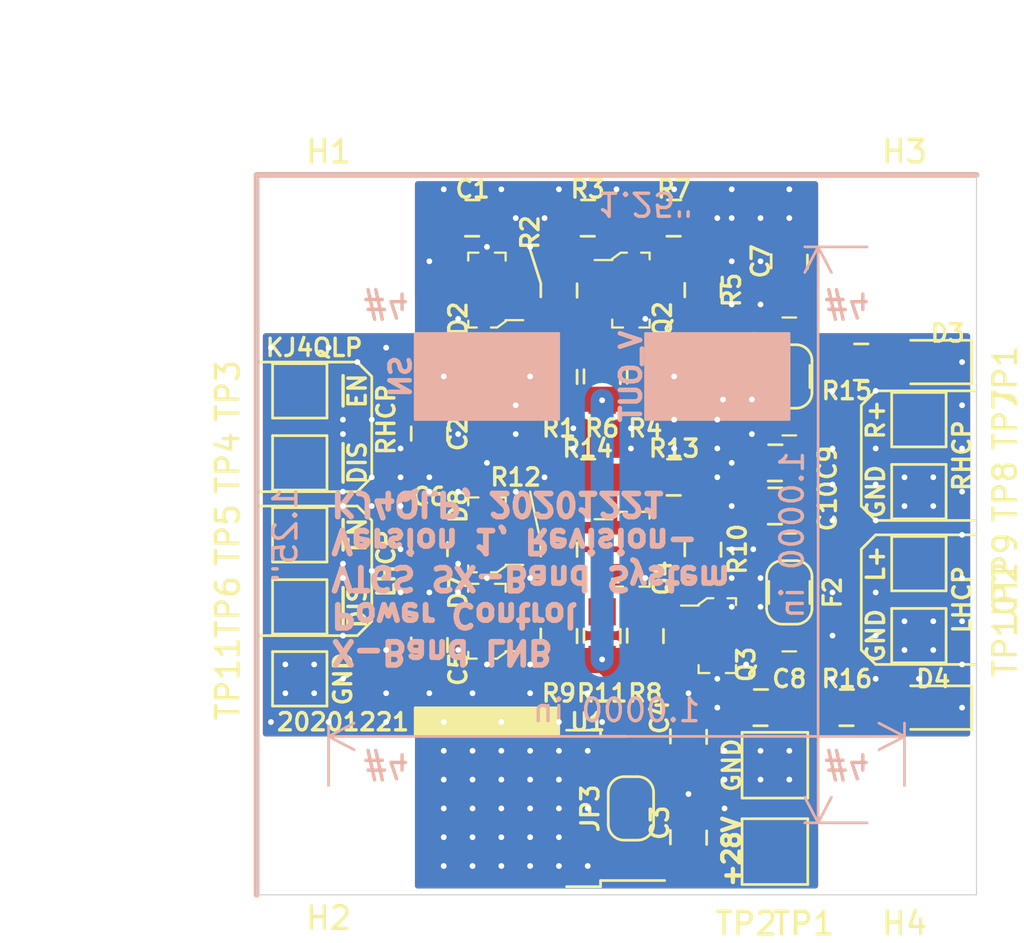
<source format=kicad_pcb>
(kicad_pcb (version 20171130) (host pcbnew 5.1.12-84ad8e8a86~92~ubuntu20.04.1)
  (layers (0 F.Cu signal) (31 B.Cu signal) (34 B.Paste user) (35 F.Paste user) (36 B.SilkS user) (37 F.SilkS user) (38 B.Mask user) (39 F.Mask user) (44 Edge.Cuts user))
  (net 0 "")
  (net 1 GND)
  (net 2 "Net-(D1-Pad2)")
  (net 3 "Net-(D1-Pad1)")
  (net 4 "Net-(D2-Pad2)")
  (net 5 "Net-(D2-Pad1)")
  (net 6 "Net-(D7-Pad2)")
  (net 7 "Net-(D7-Pad1)")
  (net 8 "Net-(D8-Pad2)")
  (net 9 "Net-(D8-Pad1)")
  (net 10 +28V)
  (net 11 "Net-(Q1-Pad1)")
  (net 12 "Net-(Q2-Pad1)")
  (net 13 "Net-(Q2-Pad3)")
  (net 14 "Net-(Q3-Pad1)")
  (net 15 "Net-(Q4-Pad1)")
  (net 16 "Net-(Q4-Pad3)")
  (net 17 +15V)
  (net 18 "Net-(C8-Pad1)")
  (net 19 "Net-(C9-Pad1)")
  (net 20 RHCP_~EN)
  (net 21 RHCP_~DIS)
  (net 22 LHCP_~DIS)
  (net 23 LHCP_~EN)
  (net 24 "Net-(C7-Pad1)")
  (net 25 "Net-(C10-Pad1)")
  (net 26 "Net-(D3-Pad2)")
  (net 27 "Net-(D4-Pad2)")
  (module LED_SMD:LED_0805_2012Metric (layer F.Cu) (at 156.845 118.745 180)
    (fp_text reference D4 (at 0 1.27) (layer F.SilkS) (effects (font (size 0.762 0.762))))
    (fp_text value LED)
    (pad 2 smd roundrect (at 0.9375 0 180) (size 0.975 1.4) (layers F.Cu F.Paste F.Mask) (net 27 "Net-(D4-Pad2)"))
    (pad 1 smd roundrect (at -0.9375 0 180) (size 0.975 1.4) (layers F.Cu F.Paste F.Mask) (net 1 GND))
  )
  (module LED_SMD:LED_0805_2012Metric (layer F.Cu) (at 156.845 103.505 180)
    (fp_text reference D3 (at -0.635 1.27) (layer F.SilkS) (effects (font (size 0.762 0.762))))
    (fp_text value LED)
    (pad 2 smd roundrect (at 0.9375 0 180) (size 0.975 1.4) (layers F.Cu F.Paste F.Mask) (net 26 "Net-(D3-Pad2)"))
    (pad 1 smd roundrect (at -0.9375 0 180) (size 0.975 1.4) (layers F.Cu F.Paste F.Mask) (net 1 GND))
  )
  (module TestPoint:TestPoint_Pad_2.0x2.0mm (layer F.Cu) (at 156.21 115.57 270)
    (fp_text reference TP10 (at 0 -3.81 90) (layer F.SilkS))
    (fp_text value GND)
    (pad 1 smd rect (at 0 0 270) (size 2 2) (layers F.Cu F.Mask) (net 1 GND))
  )
  (module TestPoint:TestPoint_Pad_2.0x2.0mm (layer F.Cu) (at 156.21 112.395 270)
    (fp_text reference TP9 (at 0 -3.81 90) (layer F.SilkS))
    (fp_text value LHCP+)
    (pad 1 smd rect (at 0 0 270) (size 2 2) (layers F.Cu F.Mask) (net 25 "Net-(C10-Pad1)"))
  )
  (module TestPoint:TestPoint_Pad_2.0x2.0mm (layer F.Cu) (at 156.21 109.22 270)
    (fp_text reference TP8 (at 0 -3.81 90) (layer F.SilkS))
    (fp_text value GND)
    (pad 1 smd rect (at 0 0 270) (size 2 2) (layers F.Cu F.Mask) (net 1 GND))
  )
  (module TestPoint:TestPoint_Pad_2.0x2.0mm (layer F.Cu) (at 156.21 106.045 270)
    (fp_text reference TP7 (at 0 -3.81 90) (layer F.SilkS))
    (fp_text value RHCP+)
    (pad 1 smd rect (at 0 0 270) (size 2 2) (layers F.Cu F.Mask) (net 19 "Net-(C9-Pad1)"))
  )
  (module digikey-footprints:0805 (layer F.Cu) (at 153.035 118.745)
    (fp_text reference R16 (at 0 -1.27) (layer F.SilkS) (effects (font (size 0.762 0.762))))
    (fp_text value 10k)
    (pad 1 smd rect (at -1.05 0) (size 1.2 1.2) (layers F.Cu F.Paste F.Mask) (net 18 "Net-(C8-Pad1)"))
    (pad 2 smd rect (at 1.05 0) (size 1.2 1.2) (layers F.Cu F.Paste F.Mask) (net 27 "Net-(D4-Pad2)"))
  )
  (module digikey-footprints:0805 (layer F.Cu) (at 153.67 103.505)
    (fp_text reference R15 (at -0.635 1.27) (layer F.SilkS) (effects (font (size 0.762 0.762))))
    (fp_text value 10k)
    (pad 1 smd rect (at -1.05 0) (size 1.2 1.2) (layers F.Cu F.Paste F.Mask) (net 24 "Net-(C7-Pad1)"))
    (pad 2 smd rect (at 1.05 0) (size 1.2 1.2) (layers F.Cu F.Paste F.Mask) (net 26 "Net-(D3-Pad2)"))
  )
  (module Jumper:SolderJumper-2_P1.3mm_Open_RoundedPad1.0x1.5mm (layer F.Cu) (at 143.51 123.19 90)
    (fp_text reference JP3 (at 0 -1.8 90) (layer F.SilkS) (effects (font (size 0.762 0.762))))
    (fp_text value VREG_BYP)
    (pad 2 smd custom (at 0.65 0 90) (size 1 0.5) (layers F.Cu F.Mask) (net 17 +15V) (options (clearance outline) (anchor rect)) (primitives (gr_circle (center 0 0.25) (end 0.5 0.25) (width 0)) (gr_circle (center 0 -0.25) (end 0.5 -0.25) (width 0)) (gr_poly (pts (xy 0 -0.75) (xy -0.5 -0.75) (xy -0.5 0.75) (xy 0 0.75)) (width 0))))
    (pad 1 smd custom (at -0.65 0 90) (size 1 0.5) (layers F.Cu F.Mask) (net 10 +28V) (options (clearance outline) (anchor rect)) (primitives (gr_circle (center 0 0.25) (end 0.5 0.25) (width 0)) (gr_circle (center 0 -0.25) (end 0.5 -0.25) (width 0)) (gr_poly (pts (xy 0 -0.75) (xy 0.5 -0.75) (xy 0.5 0.75) (xy 0 0.75)) (width 0))))
  )
  (module digikey-footprints:SOT-23-3 (layer F.Cu) (at 137.16 100.33 180)
    (fp_text reference D2 (at 1.27 -1.27 90) (layer F.SilkS) (effects (font (size 0.762 0.762))))
    (fp_text value BAS16W)
    (pad 1 smd rect (at -1.05 -0.95 180) (size 1.3 0.6) (layers F.Cu F.Paste F.Mask) (net 5 "Net-(D2-Pad1)"))
    (pad 2 smd rect (at -1.05 0.95 180) (size 1.3 0.6) (layers F.Cu F.Paste F.Mask) (net 4 "Net-(D2-Pad2)"))
    (pad 3 smd rect (at 1.05 0 180) (size 1.3 0.6) (layers F.Cu F.Paste F.Mask) (net 20 RHCP_~EN))
  )
  (module Jumper:SolderJumper-2_P1.3mm_Open_RoundedPad1.0x1.5mm (layer F.Cu) (at 150.495 113.665 90)
    (fp_text reference JP2 (at 0 9.525 90) (layer F.SilkS))
    (fp_text value F_byp)
    (pad 2 smd custom (at 0.65 0 90) (size 1 0.5) (layers F.Cu F.Mask) (net 25 "Net-(C10-Pad1)") (options (clearance outline) (anchor rect)) (primitives (gr_circle (center 0 0.25) (end 0.5 0.25) (width 0)) (gr_circle (center 0 -0.25) (end 0.5 -0.25) (width 0)) (gr_poly (pts (xy 0 -0.75) (xy -0.5 -0.75) (xy -0.5 0.75) (xy 0 0.75)) (width 0))))
    (pad 1 smd custom (at -0.65 0 90) (size 1 0.5) (layers F.Cu F.Mask) (net 18 "Net-(C8-Pad1)") (options (clearance outline) (anchor rect)) (primitives (gr_circle (center 0 0.25) (end 0.5 0.25) (width 0)) (gr_circle (center 0 -0.25) (end 0.5 -0.25) (width 0)) (gr_poly (pts (xy 0 -0.75) (xy 0.5 -0.75) (xy 0.5 0.75) (xy 0 0.75)) (width 0))))
  )
  (module Jumper:SolderJumper-2_P1.3mm_Open_RoundedPad1.0x1.5mm (layer F.Cu) (at 150.495 104.14 270)
    (fp_text reference JP1 (at 0 -9.525 90) (layer F.SilkS))
    (fp_text value F_byp)
    (pad 2 smd custom (at 0.65 0 270) (size 1 0.5) (layers F.Cu F.Mask) (net 19 "Net-(C9-Pad1)") (options (clearance outline) (anchor rect)) (primitives (gr_circle (center 0 0.25) (end 0.5 0.25) (width 0)) (gr_circle (center 0 -0.25) (end 0.5 -0.25) (width 0)) (gr_poly (pts (xy 0 -0.75) (xy -0.5 -0.75) (xy -0.5 0.75) (xy 0 0.75)) (width 0))))
    (pad 1 smd custom (at -0.65 0 270) (size 1 0.5) (layers F.Cu F.Mask) (net 24 "Net-(C7-Pad1)") (options (clearance outline) (anchor rect)) (primitives (gr_circle (center 0 0.25) (end 0.5 0.25) (width 0)) (gr_circle (center 0 -0.25) (end 0.5 -0.25) (width 0)) (gr_poly (pts (xy 0 -0.75) (xy 0.5 -0.75) (xy 0.5 0.75) (xy 0 0.75)) (width 0))))
  )
  (module digikey-footprints:SOT-23-3 (layer F.Cu) (at 137.16 111.125 180)
    (fp_text reference D8 (at 1.27 1.27 90) (layer F.SilkS) (effects (font (size 0.762 0.762))))
    (fp_text value BAS16W)
    (pad 1 smd rect (at -1.05 -0.95 180) (size 1.3 0.6) (layers F.Cu F.Paste F.Mask) (net 9 "Net-(D8-Pad1)"))
    (pad 2 smd rect (at -1.05 0.95 180) (size 1.3 0.6) (layers F.Cu F.Paste F.Mask) (net 8 "Net-(D8-Pad2)"))
    (pad 3 smd rect (at 1.05 0 180) (size 1.3 0.6) (layers F.Cu F.Paste F.Mask) (net 23 LHCP_~EN))
  )
  (module digikey-footprints:SOT-23-3 (layer F.Cu) (at 137.16 114.935 180)
    (fp_text reference D7 (at 1.27 1.27 90) (layer F.SilkS) (effects (font (size 0.762 0.762))))
    (fp_text value BAS16W)
    (pad 1 smd rect (at -1.05 -0.95 180) (size 1.3 0.6) (layers F.Cu F.Paste F.Mask) (net 7 "Net-(D7-Pad1)"))
    (pad 2 smd rect (at -1.05 0.95 180) (size 1.3 0.6) (layers F.Cu F.Paste F.Mask) (net 6 "Net-(D7-Pad2)"))
    (pad 3 smd rect (at 1.05 0 180) (size 1.3 0.6) (layers F.Cu F.Paste F.Mask) (net 22 LHCP_~DIS))
  )
  (module digikey-footprints:SOT-23-3 (layer F.Cu) (at 137.16 104.14 270)
    (fp_text reference D1 (at 1.27 -1.27 180) (layer F.SilkS) (effects (font (size 0.762 0.762))))
    (fp_text value BAS16W)
    (pad 1 smd rect (at -1.05 -0.95 270) (size 1.3 0.6) (layers F.Cu F.Paste F.Mask) (net 3 "Net-(D1-Pad1)"))
    (pad 2 smd rect (at -1.05 0.95 270) (size 1.3 0.6) (layers F.Cu F.Paste F.Mask) (net 2 "Net-(D1-Pad2)"))
    (pad 3 smd rect (at 1.05 0 270) (size 1.3 0.6) (layers F.Cu F.Paste F.Mask) (net 21 RHCP_~DIS))
  )
  (module digikey-footprints:0805 (layer F.Cu) (at 149.86 109.855 180)
    (fp_text reference C10 (at -2.32 0 90) (layer F.SilkS) (effects (font (size 0.762 0.762))))
    (fp_text value 0.01uF)
    (pad 1 smd rect (at -1.05 0 180) (size 1.2 1.2) (layers F.Cu F.Paste F.Mask) (net 25 "Net-(C10-Pad1)"))
    (pad 2 smd rect (at 1.05 0 180) (size 1.2 1.2) (layers F.Cu F.Paste F.Mask) (net 1 GND))
  )
  (module digikey-footprints:0805 (layer F.Cu) (at 149.86 107.95 180)
    (fp_text reference C9 (at -2.32 0 90) (layer F.SilkS) (effects (font (size 0.762 0.762))))
    (fp_text value 0.01uF)
    (pad 1 smd rect (at -1.05 0 180) (size 1.2 1.2) (layers F.Cu F.Paste F.Mask) (net 19 "Net-(C9-Pad1)"))
    (pad 2 smd rect (at 1.05 0 180) (size 1.2 1.2) (layers F.Cu F.Paste F.Mask) (net 1 GND))
  )
  (module TestPoint:TestPoint_Pad_2.0x2.0mm (layer F.Cu) (at 128.905 117.475 90)
    (fp_text reference TP11 (at 0 -3.175 90) (layer F.SilkS))
    (fp_text value GND)
    (pad 1 smd rect (at 0 0 90) (size 2 2) (layers F.Cu F.Mask) (net 1 GND))
  )
  (module TestPoint:TestPoint_Pad_2.0x2.0mm (layer F.Cu) (at 128.905 114.3 90)
    (fp_text reference TP6 (at 0 -3.175 90) (layer F.SilkS))
    (fp_text value LHCP_~DIS)
    (pad 1 smd rect (at 0 0 90) (size 2 2) (layers F.Cu F.Mask) (net 22 LHCP_~DIS))
  )
  (module TestPoint:TestPoint_Pad_2.0x2.0mm (layer F.Cu) (at 128.905 111.125 90)
    (fp_text reference TP5 (at 0 -3.175 90) (layer F.SilkS))
    (fp_text value LHCP_~EN)
    (pad 1 smd rect (at 0 0 90) (size 2 2) (layers F.Cu F.Mask) (net 23 LHCP_~EN))
  )
  (module TestPoint:TestPoint_Pad_2.0x2.0mm (layer F.Cu) (at 128.905 107.95 90)
    (fp_text reference TP4 (at 0 -3.175 90) (layer F.SilkS))
    (fp_text value RHCP_~DIS)
    (pad 1 smd rect (at 0 0 90) (size 2 2) (layers F.Cu F.Mask) (net 21 RHCP_~DIS))
  )
  (module TestPoint:TestPoint_Pad_2.0x2.0mm (layer F.Cu) (at 128.905 104.775 90)
    (fp_text reference TP3 (at 0 -3.175 90) (layer F.SilkS))
    (fp_text value RHCP_~EN)
    (pad 1 smd rect (at 0 0 90) (size 2 2) (layers F.Cu F.Mask) (net 20 RHCP_~EN))
  )
  (module TestPoint:TestPoint_Pad_2.5x2.5mm (layer F.Cu) (at 149.86 121.285 180)
    (fp_text reference TP2 (at 1.27 -6.985) (layer F.SilkS))
    (fp_text value GND)
    (pad 1 smd rect (at 0 0 180) (size 2.5 2.5) (layers F.Cu F.Mask) (net 1 GND))
  )
  (module TestPoint:TestPoint_Pad_2.5x2.5mm (layer F.Cu) (at 149.86 125.095 180)
    (fp_text reference TP1 (at -1.27 -3.175) (layer F.SilkS))
    (fp_text value +28V)
    (pad 1 smd rect (at 0 0 180) (size 2.5 2.5) (layers F.Cu F.Mask) (net 10 +28V))
  )
  (module digikey-footprints:1206 (layer F.Cu) (at 150.495 113.665 270)
    (fp_text reference F2 (at 0 -1.905 90) (layer F.SilkS) (effects (font (size 0.762 0.762))))
    (fp_text value Polyfuse)
    (pad 2 smd rect (at 1.8 0 270) (size 1.5 1.8) (layers F.Cu F.Paste F.Mask) (net 18 "Net-(C8-Pad1)"))
    (pad 1 smd rect (at -1.8 0 270) (size 1.5 1.8) (layers F.Cu F.Paste F.Mask) (net 25 "Net-(C10-Pad1)"))
  )
  (module digikey-footprints:1206 (layer F.Cu) (at 150.495 104.14 90)
    (fp_text reference F1 (at -1.27 -1.905 90) (layer F.SilkS) (effects (font (size 0.762 0.762))))
    (fp_text value Polyfuse)
    (pad 2 smd rect (at 1.8 0 90) (size 1.5 1.8) (layers F.Cu F.Paste F.Mask) (net 24 "Net-(C7-Pad1)"))
    (pad 1 smd rect (at -1.8 0 90) (size 1.5 1.8) (layers F.Cu F.Paste F.Mask) (net 19 "Net-(C9-Pad1)"))
  )
  (module digikey-footprints:0805 (layer F.Cu) (at 149.225 118.745 180)
    (fp_text reference C8 (at -1.27 1.27) (layer F.SilkS) (effects (font (size 0.762 0.762))))
    (fp_text value 0.1uF)
    (pad 1 smd rect (at -1.05 0 180) (size 1.2 1.2) (layers F.Cu F.Paste F.Mask) (net 18 "Net-(C8-Pad1)"))
    (pad 2 smd rect (at 1.05 0 180) (size 1.2 1.2) (layers F.Cu F.Paste F.Mask) (net 1 GND))
  )
  (module digikey-footprints:0805 (layer F.Cu) (at 150.495 99.06 90)
    (fp_text reference C7 (at 0 -1.27 90) (layer F.SilkS) (effects (font (size 0.762 0.762))))
    (fp_text value 0.1uF)
    (pad 1 smd rect (at -1.05 0 90) (size 1.2 1.2) (layers F.Cu F.Paste F.Mask) (net 24 "Net-(C7-Pad1)"))
    (pad 2 smd rect (at 1.05 0 90) (size 1.2 1.2) (layers F.Cu F.Paste F.Mask) (net 1 GND))
  )
  (module digikey-footprints:SOT-23-3 (layer F.Cu) (at 147.32 115.57)
    (fp_text reference Q3 (at 1.27 1.27 90) (layer F.SilkS) (effects (font (size 0.762 0.762))))
    (fp_text value IRLML9301)
    (pad 1 smd rect (at -1.05 -0.95) (size 1.3 0.6) (layers F.Cu F.Paste F.Mask) (net 14 "Net-(Q3-Pad1)"))
    (pad 2 smd rect (at -1.05 0.95) (size 1.3 0.6) (layers F.Cu F.Paste F.Mask) (net 17 +15V))
    (pad 3 smd rect (at 1.05 0) (size 1.3 0.6) (layers F.Cu F.Paste F.Mask) (net 18 "Net-(C8-Pad1)"))
  )
  (module digikey-footprints:SOT-23-3 (layer F.Cu) (at 147.32 104.14)
    (fp_text reference Q1 (at 1.27 -1.27 90) (layer F.SilkS) (effects (font (size 0.762 0.762))))
    (fp_text value IRLML9301)
    (pad 1 smd rect (at -1.05 -0.95) (size 1.3 0.6) (layers F.Cu F.Paste F.Mask) (net 11 "Net-(Q1-Pad1)"))
    (pad 2 smd rect (at -1.05 0.95) (size 1.3 0.6) (layers F.Cu F.Paste F.Mask) (net 17 +15V))
    (pad 3 smd rect (at 1.05 0) (size 1.3 0.6) (layers F.Cu F.Paste F.Mask) (net 24 "Net-(C7-Pad1)"))
  )
  (module MountingHole:MountingHole_3.2mm_M3 (layer F.Cu) (at 155.575 123.825)
    (fp_text reference H4 (at 0 4.445) (layer F.SilkS))
    (fp_text value "#4")
    (pad 1 np_thru_hole circle (at 0 0) (size 3.2 3.2) (drill 3.2) (layers *.Cu *.Mask))
  )
  (module MountingHole:MountingHole_3.2mm_M3 (layer F.Cu) (at 155.575 98.425)
    (fp_text reference H3 (at 0 -4.2) (layer F.SilkS))
    (fp_text value "#4")
    (pad 1 np_thru_hole circle (at 0 0) (size 3.2 3.2) (drill 3.2) (layers *.Cu *.Mask))
  )
  (module MountingHole:MountingHole_3.2mm_M3 (layer F.Cu) (at 130.175 123.825 180)
    (fp_text reference H2 (at 0 -4.2) (layer F.SilkS))
    (fp_text value "#4")
    (pad 1 np_thru_hole circle (at 0 0 180) (size 3.2 3.2) (drill 3.2) (layers *.Cu *.Mask))
  )
  (module MountingHole:MountingHole_3.2mm_M3 (layer F.Cu) (at 130.175 98.425)
    (fp_text reference H1 (at 0 -4.2) (layer F.SilkS))
    (fp_text value "#4")
    (pad 1 np_thru_hole circle (at 0 0) (size 3.2 3.2) (drill 3.2) (layers *.Cu *.Mask))
  )
  (module Package_TO_SOT_SMD:TO-252-2 (layer F.Cu) (at 139.7 123.19 180)
    (fp_text reference U1 (at -1.905 3.81) (layer F.SilkS) (effects (font (size 0.762 0.762))))
    (fp_text value MC78M15CDTRKG)
    (pad 2 smd rect (at 2.1 0 180) (size 6.4 5.8) (layers F.Cu F.Mask) (net 1 GND))
    (pad 3 smd rect (at -4.2 2.28 180) (size 2.2 1.2) (layers F.Cu F.Paste F.Mask) (net 17 +15V))
    (pad 1 smd rect (at -4.2 -2.28 180) (size 2.2 1.2) (layers F.Cu F.Paste F.Mask) (net 10 +28V))
  )
  (module digikey-footprints:0805 (layer F.Cu) (at 141.605 108.585 180)
    (fp_text reference R14 (at 0 1.27 180) (layer F.SilkS) (effects (font (size 0.762 0.762))))
    (fp_text value 2k)
    (pad 1 smd rect (at -1.05 0 180) (size 1.2 1.2) (layers F.Cu F.Paste F.Mask) (net 15 "Net-(Q4-Pad1)"))
    (pad 2 smd rect (at 1.05 0 180) (size 1.2 1.2) (layers F.Cu F.Paste F.Mask) (net 1 GND))
  )
  (module digikey-footprints:0805 (layer F.Cu) (at 145.415 108.585)
    (fp_text reference R13 (at 0 -1.27) (layer F.SilkS) (effects (font (size 0.762 0.762))))
    (fp_text value 2.5k)
    (pad 1 smd rect (at -1.05 0) (size 1.2 1.2) (layers F.Cu F.Paste F.Mask) (net 9 "Net-(D8-Pad1)"))
    (pad 2 smd rect (at 1.05 0) (size 1.2 1.2) (layers F.Cu F.Paste F.Mask) (net 1 GND))
  )
  (module digikey-footprints:0805 (layer F.Cu) (at 140.335 111.76 90)
    (fp_text reference R12 (at 3.175 -1.905 180) (layer F.SilkS) (effects (font (size 0.762 0.762))))
    (fp_text value 6k)
    (pad 1 smd rect (at -1.05 0 90) (size 1.2 1.2) (layers F.Cu F.Paste F.Mask) (net 7 "Net-(D7-Pad1)"))
    (pad 2 smd rect (at 1.05 0 90) (size 1.2 1.2) (layers F.Cu F.Paste F.Mask) (net 15 "Net-(Q4-Pad1)"))
  )
  (module digikey-footprints:0805 (layer F.Cu) (at 142.24 115.57 90)
    (fp_text reference R11 (at -2.54 0) (layer F.SilkS) (effects (font (size 0.762 0.762))))
    (fp_text value 8k)
    (pad 1 smd rect (at -1.05 0 90) (size 1.2 1.2) (layers F.Cu F.Paste F.Mask) (net 17 +15V))
    (pad 2 smd rect (at 1.05 0 90) (size 1.2 1.2) (layers F.Cu F.Paste F.Mask) (net 9 "Net-(D8-Pad1)"))
  )
  (module digikey-footprints:0805 (layer F.Cu) (at 146.685 111.76 90)
    (fp_text reference R10 (at 0 1.524 90) (layer F.SilkS) (effects (font (size 0.762 0.762))))
    (fp_text value 13k)
    (pad 1 smd rect (at -1.05 0 90) (size 1.2 1.2) (layers F.Cu F.Paste F.Mask) (net 14 "Net-(Q3-Pad1)"))
    (pad 2 smd rect (at 1.05 0 90) (size 1.2 1.2) (layers F.Cu F.Paste F.Mask) (net 16 "Net-(Q4-Pad3)"))
  )
  (module digikey-footprints:0805 (layer F.Cu) (at 140.335 115.57 90)
    (fp_text reference R9 (at -2.54 0) (layer F.SilkS) (effects (font (size 0.762 0.762))))
    (fp_text value 1k)
    (pad 1 smd rect (at -1.05 0 90) (size 1.2 1.2) (layers F.Cu F.Paste F.Mask) (net 17 +15V))
    (pad 2 smd rect (at 1.05 0 90) (size 1.2 1.2) (layers F.Cu F.Paste F.Mask) (net 7 "Net-(D7-Pad1)"))
  )
  (module digikey-footprints:0805 (layer F.Cu) (at 144.145 115.57 90)
    (fp_text reference R8 (at -2.54 0) (layer F.SilkS) (effects (font (size 0.762 0.762))))
    (fp_text value 10k)
    (pad 1 smd rect (at -1.05 0 90) (size 1.2 1.2) (layers F.Cu F.Paste F.Mask) (net 17 +15V))
    (pad 2 smd rect (at 1.05 0 90) (size 1.2 1.2) (layers F.Cu F.Paste F.Mask) (net 14 "Net-(Q3-Pad1)"))
  )
  (module digikey-footprints:0805 (layer F.Cu) (at 145.415 97.155)
    (fp_text reference R7 (at 0 -1.27) (layer F.SilkS) (effects (font (size 0.762 0.762))))
    (fp_text value 2.5k)
    (pad 1 smd rect (at -1.05 0) (size 1.2 1.2) (layers F.Cu F.Paste F.Mask) (net 5 "Net-(D2-Pad1)"))
    (pad 2 smd rect (at 1.05 0) (size 1.2 1.2) (layers F.Cu F.Paste F.Mask) (net 1 GND))
  )
  (module digikey-footprints:0805 (layer F.Cu) (at 142.24 104.14 90)
    (fp_text reference R6 (at -2.286 0) (layer F.SilkS) (effects (font (size 0.762 0.762))))
    (fp_text value 8k)
    (pad 1 smd rect (at -1.05 0 90) (size 1.2 1.2) (layers F.Cu F.Paste F.Mask) (net 17 +15V))
    (pad 2 smd rect (at 1.05 0 90) (size 1.2 1.2) (layers F.Cu F.Paste F.Mask) (net 5 "Net-(D2-Pad1)"))
  )
  (module digikey-footprints:0805 (layer F.Cu) (at 146.685 100.33 90)
    (fp_text reference R5 (at 0 1.27 90) (layer F.SilkS) (effects (font (size 0.762 0.762))))
    (fp_text value 500)
    (pad 1 smd rect (at -1.05 0 90) (size 1.2 1.2) (layers F.Cu F.Paste F.Mask) (net 11 "Net-(Q1-Pad1)"))
    (pad 2 smd rect (at 1.05 0 90) (size 1.2 1.2) (layers F.Cu F.Paste F.Mask) (net 13 "Net-(Q2-Pad3)"))
  )
  (module digikey-footprints:0805 (layer F.Cu) (at 144.145 104.14 90)
    (fp_text reference R4 (at -2.286 0 180) (layer F.SilkS) (effects (font (size 0.762 0.762))))
    (fp_text value 10k)
    (pad 1 smd rect (at -1.05 0 90) (size 1.2 1.2) (layers F.Cu F.Paste F.Mask) (net 17 +15V))
    (pad 2 smd rect (at 1.05 0 90) (size 1.2 1.2) (layers F.Cu F.Paste F.Mask) (net 11 "Net-(Q1-Pad1)"))
  )
  (module digikey-footprints:0805 (layer F.Cu) (at 141.605 97.155 180)
    (fp_text reference R3 (at 0 1.27) (layer F.SilkS) (effects (font (size 0.762 0.762))))
    (fp_text value 2k)
    (pad 1 smd rect (at -1.05 0 180) (size 1.2 1.2) (layers F.Cu F.Paste F.Mask) (net 12 "Net-(Q2-Pad1)"))
    (pad 2 smd rect (at 1.05 0 180) (size 1.2 1.2) (layers F.Cu F.Paste F.Mask) (net 1 GND))
  )
  (module digikey-footprints:0805 (layer F.Cu) (at 140.335 100.33 90)
    (fp_text reference R2 (at 2.54 -1.27 270) (layer F.SilkS) (effects (font (size 0.762 0.762))))
    (fp_text value 6k)
    (pad 1 smd rect (at -1.05 0 90) (size 1.2 1.2) (layers F.Cu F.Paste F.Mask) (net 3 "Net-(D1-Pad1)"))
    (pad 2 smd rect (at 1.05 0 90) (size 1.2 1.2) (layers F.Cu F.Paste F.Mask) (net 12 "Net-(Q2-Pad1)"))
  )
  (module digikey-footprints:0805 (layer F.Cu) (at 140.335 104.14 90)
    (fp_text reference R1 (at -2.286 0) (layer F.SilkS) (effects (font (size 0.762 0.762))))
    (fp_text value 1k)
    (pad 1 smd rect (at -1.05 0 90) (size 1.2 1.2) (layers F.Cu F.Paste F.Mask) (net 17 +15V))
    (pad 2 smd rect (at 1.05 0 90) (size 1.2 1.2) (layers F.Cu F.Paste F.Mask) (net 3 "Net-(D1-Pad1)"))
  )
  (module digikey-footprints:SOT-23-3 (layer F.Cu) (at 143.51 111.76)
    (fp_text reference Q4 (at 1.397 1.27 270) (layer F.SilkS) (effects (font (size 0.762 0.762))))
    (fp_text value MMBTA06LT1G)
    (pad 1 smd rect (at -1.05 -0.95) (size 1.3 0.6) (layers F.Cu F.Paste F.Mask) (net 15 "Net-(Q4-Pad1)"))
    (pad 2 smd rect (at -1.05 0.95) (size 1.3 0.6) (layers F.Cu F.Paste F.Mask) (net 9 "Net-(D8-Pad1)"))
    (pad 3 smd rect (at 1.05 0) (size 1.3 0.6) (layers F.Cu F.Paste F.Mask) (net 16 "Net-(Q4-Pad3)"))
  )
  (module digikey-footprints:SOT-23-3 (layer F.Cu) (at 143.51 100.33)
    (fp_text reference Q2 (at 1.397 1.27 270) (layer F.SilkS) (effects (font (size 0.762 0.762))))
    (fp_text value MMBTA06LT1G)
    (pad 1 smd rect (at -1.05 -0.95) (size 1.3 0.6) (layers F.Cu F.Paste F.Mask) (net 12 "Net-(Q2-Pad1)"))
    (pad 2 smd rect (at -1.05 0.95) (size 1.3 0.6) (layers F.Cu F.Paste F.Mask) (net 5 "Net-(D2-Pad1)"))
    (pad 3 smd rect (at 1.05 0) (size 1.3 0.6) (layers F.Cu F.Paste F.Mask) (net 13 "Net-(Q2-Pad3)"))
  )
  (module digikey-footprints:0805 (layer F.Cu) (at 134.62 111.76 270)
    (fp_text reference C6 (at -2.32 0) (layer F.SilkS) (effects (font (size 0.762 0.762))))
    (fp_text value 0.01uF)
    (pad 1 smd rect (at -1.05 0 270) (size 1.2 1.2) (layers F.Cu F.Paste F.Mask) (net 23 LHCP_~EN))
    (pad 2 smd rect (at 1.05 0 270) (size 1.2 1.2) (layers F.Cu F.Paste F.Mask) (net 1 GND))
  )
  (module digikey-footprints:0805 (layer F.Cu) (at 134.62 115.985 270)
    (fp_text reference C5 (at 1.05 -1.27 90) (layer F.SilkS) (effects (font (size 0.762 0.762))))
    (fp_text value 0.01uF)
    (pad 1 smd rect (at -1.05 0 270) (size 1.2 1.2) (layers F.Cu F.Paste F.Mask) (net 22 LHCP_~DIS))
    (pad 2 smd rect (at 1.05 0 270) (size 1.2 1.2) (layers F.Cu F.Paste F.Mask) (net 1 GND))
  )
  (module digikey-footprints:0805 (layer F.Cu) (at 146.05 120.015 90)
    (fp_text reference C4 (at 0.855 -1.27 90) (layer F.SilkS) (effects (font (size 0.762 0.762))))
    (fp_text value 1uF)
    (pad 1 smd rect (at -1.05 0 90) (size 1.2 1.2) (layers F.Cu F.Paste F.Mask) (net 17 +15V))
    (pad 2 smd rect (at 1.05 0 90) (size 1.2 1.2) (layers F.Cu F.Paste F.Mask) (net 1 GND))
  )
  (module digikey-footprints:0805 (layer F.Cu) (at 146.05 124.46 90)
    (fp_text reference C3 (at 0.635 -1.27 270) (layer F.SilkS) (effects (font (size 0.762 0.762))))
    (fp_text value 10uF)
    (pad 1 smd rect (at -1.05 0 90) (size 1.2 1.2) (layers F.Cu F.Paste F.Mask) (net 10 +28V))
    (pad 2 smd rect (at 1.05 0 90) (size 1.2 1.2) (layers F.Cu F.Paste F.Mask) (net 1 GND))
  )
  (module digikey-footprints:0805 (layer F.Cu) (at 134.62 106.68 270)
    (fp_text reference C2 (at 0 -1.27 270) (layer F.SilkS) (effects (font (size 0.762 0.762))))
    (fp_text value 0.01uF)
    (pad 1 smd rect (at -1.05 0 270) (size 1.2 1.2) (layers F.Cu F.Paste F.Mask) (net 21 RHCP_~DIS))
    (pad 2 smd rect (at 1.05 0 270) (size 1.2 1.2) (layers F.Cu F.Paste F.Mask) (net 1 GND))
  )
  (module digikey-footprints:0805 (layer F.Cu) (at 136.525 97.155)
    (fp_text reference C1 (at 0 -1.27) (layer F.SilkS) (effects (font (size 0.762 0.762))))
    (fp_text value 0.01uF)
    (pad 1 smd rect (at -1.05 0) (size 1.2 1.2) (layers F.Cu F.Paste F.Mask) (net 20 RHCP_~EN))
    (pad 2 smd rect (at 1.05 0) (size 1.2 1.2) (layers F.Cu F.Paste F.Mask) (net 1 GND))
  )
  (gr_line (start 153.67 105.41) (end 153.67 109.855) (layer F.SilkS) (width 0.12))
  (gr_line (start 153.67 111.76) (end 153.67 116.205) (layer F.SilkS) (width 0.12))
  (gr_line (start 154.305 111.125) (end 153.67 111.76) (layer F.SilkS) (width 0.12))
  (gr_line (start 154.305 116.84) (end 153.67 116.205) (layer F.SilkS) (width 0.12))
  (gr_line (start 154.305 116.84) (end 158.75 116.84) (layer F.SilkS) (width 0.12))
  (gr_line (start 154.305 111.125) (end 158.75 111.125) (layer F.SilkS) (width 0.12))
  (gr_line (start 154.305 110.49) (end 153.67 109.855) (layer F.SilkS) (width 0.12))
  (gr_line (start 153.67 105.41) (end 154.305 104.775) (layer F.SilkS) (width 0.12))
  (gr_line (start 154.305 110.49) (end 158.75 110.49) (layer F.SilkS) (width 0.12))
  (gr_line (start 154.305 104.775) (end 158.75 104.775) (layer F.SilkS) (width 0.12))
  (gr_text RHCP (at 158.115 107.6325 90) (layer F.SilkS) (effects (font (size 0.762 0.762) (thickness 0.1524))))
  (gr_text LHCP (at 158.115 113.9825 90) (layer F.SilkS) (effects (font (size 0.762 0.762) (thickness 0.1524))))
  (gr_poly (pts (xy 140.335 120.015) (xy 133.985 120.015) (xy 133.985 118.745) (xy 140.335 118.745)) (layer F.SilkS) (width 0.1))
  (gr_text KJ4QLP (at 129.54 102.87) (layer F.SilkS) (effects (font (size 0.762 0.762))))
  (gr_line (start 131.445 109.855) (end 127 109.855) (layer F.SilkS) (width 0.12))
  (gr_line (start 131.445 115.57) (end 127 115.57) (layer F.SilkS) (width 0.12))
  (gr_line (start 131.445 115.57) (end 132.08 114.935) (layer F.SilkS) (width 0.12))
  (gr_line (start 131.445 109.855) (end 132.08 110.49) (layer F.SilkS) (width 0.12))
  (gr_line (start 132.08 110.49) (end 132.08 114.935) (layer F.SilkS) (width 0.12))
  (gr_line (start 131.445 109.22) (end 127 109.22) (layer F.SilkS) (width 0.12))
  (gr_line (start 132.08 108.585) (end 131.445 109.22) (layer F.SilkS) (width 0.12))
  (gr_line (start 132.08 104.14) (end 132.08 108.585) (layer F.SilkS) (width 0.12))
  (gr_line (start 131.445 103.505) (end 132.08 104.14) (layer F.SilkS) (width 0.12))
  (gr_line (start 127 103.505) (end 131.445 103.505) (layer F.SilkS) (width 0.12))
  (gr_text GND (at 147.955 121.285 90) (layer F.SilkS) (effects (font (size 0.762 0.762) (thickness 0.1524))))
  (gr_text L+ (at 154.305 112.395 90) (layer F.SilkS) (effects (font (size 0.762 0.762) (thickness 0.1524))))
  (gr_text R+ (at 154.305 106.045 90) (layer F.SilkS) (effects (font (size 0.762 0.762) (thickness 0.1524))))
  (gr_text GND (at 154.305 109.22 90) (layer F.SilkS) (effects (font (size 0.762 0.762) (thickness 0.1524))))
  (gr_text GND (at 154.305 115.57 90) (layer F.SilkS) (effects (font (size 0.762 0.762) (thickness 0.1524))))
  (gr_text GND (at 130.81 117.475 90) (layer F.SilkS) (effects (font (size 0.762 0.762) (thickness 0.1524))))
  (gr_text LHCP (at 132.715 112.395 90) (layer F.SilkS) (effects (font (size 0.762 0.762) (thickness 0.1524))))
  (gr_text ~EN (at 131.445 111.125 90) (layer F.SilkS) (effects (font (size 0.762 0.762) (thickness 0.1524))))
  (gr_text ~DIS (at 131.445 114.3 90) (layer F.SilkS) (effects (font (size 0.762 0.762) (thickness 0.1524))))
  (gr_text "#4" (at 132.715 121.285 180) (layer B.SilkS) (effects (font (size 1.016 1.016) (thickness 0.1524)) (justify mirror)))
  (gr_text "#4" (at 153.035 121.285 180) (layer B.SilkS) (effects (font (size 1.016 1.016) (thickness 0.1524)) (justify mirror)))
  (gr_text "#4" (at 153.035 100.965 180) (layer B.SilkS) (effects (font (size 1.016 1.016) (thickness 0.1524)) (justify mirror)))
  (gr_text "#4" (at 132.715 100.965 180) (layer B.SilkS) (effects (font (size 1.016 1.016) (thickness 0.1524)) (justify mirror)))
  (gr_line (start 127 95.25) (end 127 127) (layer B.SilkS) (width 0.254))
  (gr_text 1.25" (at 144.145 96.52 180) (layer B.SilkS) (effects (font (size 1.016 1.016) (thickness 0.1524)) (justify mirror)))
  (gr_line (start 127 95.25) (end 158.75 95.25) (layer B.SilkS) (width 0.254))
  (gr_text 1.25" (at 128.27 111.125 90) (layer B.SilkS) (effects (font (size 1.016 1.016) (thickness 0.1524)) (justify mirror)))
  (dimension 25.4 (width 0.12) (layer B.SilkS) (gr_text "1.0000 in" (at 142.875 118.745 180) (layer B.SilkS) (effects (font (size 1 1) (thickness 0.15)) (justify mirror))) (feature1 (pts (xy 155.575 123.825) (xy 155.575 119.428579))) (feature2 (pts (xy 130.175 123.825) (xy 130.175 119.428579))) (crossbar (pts (xy 130.175 120.015) (xy 155.575 120.015))) (arrow1a (pts (xy 155.575 120.015) (xy 154.448496 120.601421))) (arrow1b (pts (xy 155.575 120.015) (xy 154.448496 119.428579))) (arrow2a (pts (xy 130.175 120.015) (xy 131.301504 120.601421))) (arrow2b (pts (xy 130.175 120.015) (xy 131.301504 119.428579))))
  (dimension 25.4 (width 0.12) (layer B.SilkS) (gr_text "1.0000 in" (at 150.495 111.125 270) (layer B.SilkS) (effects (font (size 1 1) (thickness 0.15)) (justify mirror))) (feature1 (pts (xy 155.575 123.825) (xy 151.178579 123.825))) (feature2 (pts (xy 155.575 98.425) (xy 151.178579 98.425))) (crossbar (pts (xy 151.765 98.425) (xy 151.765 123.825))) (arrow1a (pts (xy 151.765 123.825) (xy 151.178579 122.698496))) (arrow1b (pts (xy 151.765 123.825) (xy 152.351421 122.698496))) (arrow2a (pts (xy 151.765 98.425) (xy 151.178579 99.551504))) (arrow2b (pts (xy 151.765 98.425) (xy 152.351421 99.551504))))
  (gr_line (start 139.065 98.552) (end 139.535 100.03) (layer F.SilkS) (width 0.12))
  (gr_text 20201221 (at 130.81 119.38) (layer F.SilkS) (effects (font (size 0.762 0.762))))
  (gr_text SN (at 133.35 104.14 90) (layer B.SilkS) (effects (font (size 0.889 0.889) (thickness 0.2032)) (justify mirror)))
  (gr_poly (pts (xy 140.335 106.045) (xy 133.985 106.045) (xy 133.985 102.235) (xy 140.335 102.235)) (layer B.SilkS) (width 0.1))
  (gr_text "X-Band LNB \nPower Control\nVTGS SX-Band System\nVersion 1, Revision-\nKJ4QLP, 20201221" (at 130.175 113.03 180) (layer B.SilkS) (effects (font (size 1.016 1.016) (thickness 0.254)) (justify left mirror)))
  (gr_text V_OUT (at 143.51 104.14 90) (layer B.SilkS) (effects (font (size 0.889 0.889) (thickness 0.2032)) (justify mirror)))
  (gr_poly (pts (xy 150.495 106.045) (xy 144.145 106.045) (xy 144.145 102.235) (xy 150.495 102.235)) (layer B.SilkS) (width 0.1))
  (gr_line (start 139.065 109.22) (end 139.535 111.46) (layer F.SilkS) (width 0.1016))
  (gr_text RHCP (at 132.715 106.045 90) (layer F.SilkS) (effects (font (size 0.762 0.762) (thickness 0.1524))))
  (gr_text ~EN (at 131.445 104.775 90) (layer F.SilkS) (effects (font (size 0.762 0.762) (thickness 0.1524))))
  (gr_text ~DIS (at 131.445 107.95 90) (layer F.SilkS) (effects (font (size 0.762 0.762) (thickness 0.1524))))
  (gr_text +28V (at 147.955 125.095 90) (layer F.SilkS) (effects (font (size 0.762 0.762) (thickness 0.1905))))
  (gr_line (start 127 127) (end 158.75 127) (layer Edge.Cuts) (width 0.05))
  (gr_line (start 158.75 95.25) (end 158.75 127) (layer Edge.Cuts) (width 0.05))
  (gr_line (start 127 95.25) (end 158.75 95.25) (layer Edge.Cuts) (width 0.05))
  (gr_line (start 127 127) (end 127 95.25) (layer Edge.Cuts) (width 0.05))
  (via (at 129.54 116.84) (size 0.508) (drill 0.254) (layers F.Cu B.Cu) (net 1))
  (via (at 128.27 116.84) (size 0.508) (drill 0.254) (layers F.Cu B.Cu) (net 1))
  (via (at 128.27 118.11) (size 0.508) (drill 0.254) (layers F.Cu B.Cu) (net 1))
  (via (at 129.54 118.11) (size 0.508) (drill 0.254) (layers F.Cu B.Cu) (net 1))
  (via (at 156.845 109.855) (size 0.508) (drill 0.254) (layers F.Cu B.Cu) (net 1))
  (via (at 139.065 124.46) (size 0.508) (drill 0.254) (layers F.Cu B.Cu) (net 1))
  (via (at 140.335 124.46) (size 0.508) (drill 0.254) (layers F.Cu B.Cu) (net 1))
  (via (at 140.335 123.19) (size 0.508) (drill 0.254) (layers F.Cu B.Cu) (net 1))
  (via (at 139.065 123.19) (size 0.508) (drill 0.254) (layers F.Cu B.Cu) (net 1))
  (via (at 139.065 121.92) (size 0.508) (drill 0.254) (layers F.Cu B.Cu) (net 1))
  (via (at 140.335 121.92) (size 0.508) (drill 0.254) (layers F.Cu B.Cu) (net 1))
  (via (at 140.335 120.65) (size 0.508) (drill 0.254) (layers F.Cu B.Cu) (net 1))
  (via (at 139.065 120.65) (size 0.508) (drill 0.254) (layers F.Cu B.Cu) (net 1))
  (via (at 136.525 120.65) (size 0.508) (drill 0.254) (layers F.Cu B.Cu) (net 1))
  (via (at 136.525 121.92) (size 0.508) (drill 0.254) (layers F.Cu B.Cu) (net 1))
  (via (at 136.525 123.19) (size 0.508) (drill 0.254) (layers F.Cu B.Cu) (net 1))
  (via (at 136.525 124.46) (size 0.508) (drill 0.254) (layers F.Cu B.Cu) (net 1))
  (via (at 135.255 124.46) (size 0.508) (drill 0.254) (layers F.Cu B.Cu) (net 1))
  (via (at 135.255 123.19) (size 0.508) (drill 0.254) (layers F.Cu B.Cu) (net 1))
  (via (at 135.255 121.92) (size 0.508) (drill 0.254) (layers F.Cu B.Cu) (net 1))
  (via (at 135.255 120.65) (size 0.508) (drill 0.254) (layers F.Cu B.Cu) (net 1))
  (via (at 137.795 120.65) (size 0.508) (drill 0.254) (layers F.Cu B.Cu) (net 1))
  (via (at 137.795 121.92) (size 0.508) (drill 0.254) (layers F.Cu B.Cu) (net 1))
  (via (at 137.795 123.19) (size 0.508) (drill 0.254) (layers F.Cu B.Cu) (net 1))
  (via (at 137.795 124.46) (size 0.508) (drill 0.254) (layers F.Cu B.Cu) (net 1))
  (via (at 140.335 125.73) (size 0.508) (drill 0.254) (layers F.Cu B.Cu) (net 1))
  (via (at 139.065 125.73) (size 0.508) (drill 0.254) (layers F.Cu B.Cu) (net 1))
  (via (at 137.795 125.73) (size 0.508) (drill 0.254) (layers F.Cu B.Cu) (net 1))
  (via (at 136.525 125.73) (size 0.508) (drill 0.254) (layers F.Cu B.Cu) (net 1))
  (via (at 135.255 125.73) (size 0.508) (drill 0.254) (layers F.Cu B.Cu) (net 1))
  (via (at 138.43 97.155) (size 0.508) (drill 0.254) (layers F.Cu B.Cu) (net 1))
  (via (at 134.62 113.665) (size 0.508) (drill 0.254) (layers F.Cu B.Cu) (net 1))
  (via (at 139.7 108.585) (size 0.508) (drill 0.254) (layers F.Cu B.Cu) (net 1))
  (via (at 147.32 108.585) (size 0.508) (drill 0.254) (layers F.Cu B.Cu) (net 1))
  (via (at 134.62 118.11) (size 0.508) (drill 0.254) (layers F.Cu B.Cu) (net 1))
  (via (at 155.575 109.855) (size 0.508) (drill 0.254) (layers F.Cu B.Cu) (net 1))
  (via (at 134.62 108.585) (size 0.508) (drill 0.254) (layers F.Cu B.Cu) (net 1))
  (via (at 147.32 97.155) (size 0.508) (drill 0.254) (layers F.Cu B.Cu) (net 1))
  (via (at 139.7 97.155) (size 0.508) (drill 0.254) (layers F.Cu B.Cu) (net 1))
  (via (at 155.575 114.935) (size 0.508) (drill 0.254) (layers F.Cu B.Cu) (net 1))
  (via (at 155.575 116.205) (size 0.508) (drill 0.254) (layers F.Cu B.Cu) (net 1))
  (via (at 156.845 116.205) (size 0.508) (drill 0.254) (layers F.Cu B.Cu) (net 1))
  (via (at 156.845 114.935) (size 0.508) (drill 0.254) (layers F.Cu B.Cu) (net 1))
  (via (at 149.225 121.92) (size 0.508) (drill 0.254) (layers F.Cu B.Cu) (net 1))
  (via (at 150.495 121.92) (size 0.508) (drill 0.254) (layers F.Cu B.Cu) (net 1))
  (via (at 150.495 120.65) (size 0.508) (drill 0.254) (layers F.Cu B.Cu) (net 1))
  (via (at 149.225 120.65) (size 0.508) (drill 0.254) (layers F.Cu B.Cu) (net 1))
  (via (at 155.575 108.585) (size 0.508) (drill 0.254) (layers F.Cu B.Cu) (net 1))
  (via (at 156.845 108.585) (size 0.508) (drill 0.254) (layers F.Cu B.Cu) (net 1))
  (via (at 150.495 97.155) (size 0.508) (drill 0.254) (layers F.Cu B.Cu) (net 1))
  (via (at 147.955 107.95) (size 0.508) (drill 0.254) (layers F.Cu B.Cu) (net 1))
  (via (at 147.955 109.855) (size 0.508) (drill 0.254) (layers F.Cu B.Cu) (net 1))
  (via (at 147.32 118.745) (size 0.508) (drill 0.254) (layers F.Cu B.Cu) (net 1))
  (via (at 146.05 118.11) (size 0.508) (drill 0.254) (layers F.Cu B.Cu) (net 1))
  (via (at 146.05 122.555) (size 0.508) (drill 0.254) (layers F.Cu B.Cu) (net 1))
  (via (at 158.115 103.505) (size 0.508) (drill 0.254) (layers F.Cu B.Cu) (net 1))
  (via (at 158.115 118.745) (size 0.508) (drill 0.254) (layers F.Cu B.Cu) (net 1))
  (via (at 158.115 105.41) (size 0.508) (drill 0.254) (layers F.Cu B.Cu) (net 1))
  (via (at 158.115 109.22) (size 0.508) (drill 0.254) (layers F.Cu B.Cu) (net 1))
  (via (at 158.115 111.125) (size 0.508) (drill 0.254) (layers F.Cu B.Cu) (net 1))
  (via (at 158.115 114.935) (size 0.508) (drill 0.254) (layers F.Cu B.Cu) (net 1))
  (via (at 158.115 116.84) (size 0.508) (drill 0.254) (layers F.Cu B.Cu) (net 1))
  (via (at 158.115 107.315) (size 0.508) (drill 0.254) (layers F.Cu B.Cu) (net 1))
  (via (at 158.115 113.03) (size 0.508) (drill 0.254) (layers F.Cu B.Cu) (net 1))
  (via (at 127.635 102.87) (size 0.508) (drill 0.254) (layers F.Cu B.Cu) (net 1))
  (via (at 135.255 95.885) (size 0.508) (drill 0.254) (layers F.Cu B.Cu) (net 1))
  (via (at 137.795 95.885) (size 0.508) (drill 0.254) (layers F.Cu B.Cu) (net 1))
  (via (at 140.335 95.885) (size 0.508) (drill 0.254) (layers F.Cu B.Cu) (net 1))
  (via (at 142.875 95.885) (size 0.508) (drill 0.254) (layers F.Cu B.Cu) (net 1))
  (via (at 145.415 95.885) (size 0.508) (drill 0.254) (layers F.Cu B.Cu) (net 1))
  (via (at 147.955 95.885) (size 0.508) (drill 0.254) (layers F.Cu B.Cu) (net 1))
  (via (at 150.495 95.885) (size 0.508) (drill 0.254) (layers F.Cu B.Cu) (net 1))
  (via (at 134.62 99.06) (size 0.508) (drill 0.254) (layers F.Cu B.Cu) (net 1))
  (via (at 130.175 102.87) (size 0.508) (drill 0.254) (layers F.Cu B.Cu) (net 1))
  (via (at 132.715 102.87) (size 0.508) (drill 0.254) (layers F.Cu B.Cu) (net 1))
  (via (at 127.635 119.38) (size 0.508) (drill 0.254) (layers F.Cu B.Cu) (net 1))
  (via (at 130.175 119.38) (size 0.508) (drill 0.254) (layers F.Cu B.Cu) (net 1))
  (via (at 132.715 119.38) (size 0.508) (drill 0.254) (layers F.Cu B.Cu) (net 1))
  (via (at 134.62 109.22) (size 0.508) (drill 0.254) (layers F.Cu B.Cu) (net 1))
  (via (at 138.43 109.22) (size 0.508) (drill 0.254) (layers F.Cu B.Cu) (net 1))
  (via (at 137.16 107.95) (size 0.508) (drill 0.254) (layers F.Cu B.Cu) (net 1))
  (via (at 148.844 106.68) (size 0.508) (drill 0.254) (layers F.Cu B.Cu) (net 1))
  (via (at 135.89 106.68) (size 0.508) (drill 0.254) (layers F.Cu B.Cu) (net 1))
  (via (at 135.89 109.22) (size 0.508) (drill 0.254) (layers F.Cu B.Cu) (net 1))
  (via (at 140.97 106.426) (size 0.508) (drill 0.254) (layers F.Cu B.Cu) (net 1))
  (via (at 143.51 106.426) (size 0.508) (drill 0.254) (layers F.Cu B.Cu) (net 1))
  (via (at 139.065 104.14) (size 0.508) (drill 0.254) (layers F.Cu B.Cu) (net 1))
  (via (at 145.415 104.14) (size 0.508) (drill 0.254) (layers F.Cu B.Cu) (net 1))
  (via (at 145.415 106.045) (size 0.508) (drill 0.254) (layers F.Cu B.Cu) (net 1))
  (via (at 132.08 108.585) (size 0.508) (drill 0.254) (layers F.Cu B.Cu) (net 1))
  (via (at 130.81 106.045) (size 0.508) (drill 0.254) (layers F.Cu B.Cu) (net 1))
  (via (at 130.81 109.22) (size 0.508) (drill 0.254) (layers F.Cu B.Cu) (net 1))
  (via (at 130.81 112.395) (size 0.508) (drill 0.254) (layers F.Cu B.Cu) (net 1))
  (via (at 130.81 115.57) (size 0.508) (drill 0.254) (layers F.Cu B.Cu) (net 1))
  (via (at 130.81 117.475) (size 0.508) (drill 0.254) (layers F.Cu B.Cu) (net 1))
  (via (at 132.715 116.205) (size 0.508) (drill 0.254) (layers F.Cu B.Cu) (net 1))
  (via (at 132.715 118.11) (size 0.508) (drill 0.254) (layers F.Cu B.Cu) (net 1))
  (via (at 133.35 113.665) (size 0.508) (drill 0.254) (layers F.Cu B.Cu) (net 1))
  (via (at 133.35 111.76) (size 0.508) (drill 0.254) (layers F.Cu B.Cu) (net 1))
  (via (at 130.81 113.03) (size 0.508) (drill 0.254) (layers F.Cu B.Cu) (net 1))
  (via (at 130.81 109.855) (size 0.508) (drill 0.254) (layers F.Cu B.Cu) (net 1))
  (via (at 130.81 106.68) (size 0.508) (drill 0.254) (layers F.Cu B.Cu) (net 1))
  (via (at 132.08 106.045) (size 0.508) (drill 0.254) (layers F.Cu B.Cu) (net 1))
  (via (at 131.445 103.505) (size 0.508) (drill 0.254) (layers F.Cu B.Cu) (net 1))
  (via (at 135.255 104.14) (size 0.508) (drill 0.254) (layers F.Cu B.Cu) (net 1))
  (via (at 135.89 101.6) (size 0.508) (drill 0.254) (layers F.Cu B.Cu) (net 1))
  (via (at 135.255 119.38) (size 0.508) (drill 0.254) (layers F.Cu B.Cu) (net 1))
  (via (at 137.795 119.38) (size 0.508) (drill 0.254) (layers F.Cu B.Cu) (net 1))
  (via (at 140.335 119.38) (size 0.508) (drill 0.254) (layers F.Cu B.Cu) (net 1))
  (via (at 141.605 120.65) (size 0.508) (drill 0.254) (layers F.Cu B.Cu) (net 1))
  (via (at 141.605 123.19) (size 0.508) (drill 0.254) (layers F.Cu B.Cu) (net 1))
  (via (at 141.605 125.73) (size 0.508) (drill 0.254) (layers F.Cu B.Cu) (net 1))
  (via (at 142.24 119.38) (size 0.508) (drill 0.254) (layers F.Cu B.Cu) (net 1))
  (via (at 141.605 118.11) (size 0.508) (drill 0.254) (layers F.Cu B.Cu) (net 1))
  (via (at 139.065 118.11) (size 0.508) (drill 0.254) (layers F.Cu B.Cu) (net 1))
  (via (at 136.525 118.11) (size 0.508) (drill 0.254) (layers F.Cu B.Cu) (net 1))
  (via (at 135.89 116.205) (size 0.508) (drill 0.254) (layers F.Cu B.Cu) (net 1))
  (via (at 139.065 116.84) (size 0.508) (drill 0.254) (layers F.Cu B.Cu) (net 1))
  (via (at 148.59 116.84) (size 0.508) (drill 0.254) (layers F.Cu B.Cu) (net 1))
  (via (at 147.6375 120.65) (size 0.508) (drill 0.254) (layers F.Cu B.Cu) (net 1))
  (via (at 147.6375 123.19) (size 0.508) (drill 0.254) (layers F.Cu B.Cu) (net 1))
  (via (at 148.9075 111.76) (size 0.508) (drill 0.254) (layers F.Cu B.Cu) (net 1))
  (via (at 149.225 113.03) (size 0.508) (drill 0.254) (layers F.Cu B.Cu) (net 1))
  (via (at 152.4 107.315) (size 0.508) (drill 0.254) (layers F.Cu B.Cu) (net 1))
  (via (at 152.4 110.49) (size 0.508) (drill 0.254) (layers F.Cu B.Cu) (net 1))
  (via (at 154.305 107.315) (size 0.508) (drill 0.254) (layers F.Cu B.Cu) (net 1))
  (via (at 154.305 110.49) (size 0.508) (drill 0.254) (layers F.Cu B.Cu) (net 1))
  (via (at 154.305 113.665) (size 0.508) (drill 0.254) (layers F.Cu B.Cu) (net 1))
  (via (at 152.4 113.665) (size 0.508) (drill 0.254) (layers F.Cu B.Cu) (net 1))
  (via (at 149.225 97.155) (size 0.508) (drill 0.254) (layers F.Cu B.Cu) (net 1))
  (via (at 149.225 100.965) (size 0.508) (drill 0.254) (layers F.Cu B.Cu) (net 1))
  (via (at 149.225 99.06) (size 0.508) (drill 0.254) (layers F.Cu B.Cu) (net 1))
  (via (at 138.43 106.68) (size 0.508) (drill 0.254) (layers F.Cu B.Cu) (net 1))
  (via (at 148.844 105.156) (size 0.508) (drill 0.254) (layers F.Cu B.Cu) (net 1))
  (via (at 135.89 112.395) (size 0.508) (drill 0.254) (layers F.Cu B.Cu) (net 1))
  (via (at 135.89 113.665) (size 0.508) (drill 0.254) (layers F.Cu B.Cu) (net 1))
  (via (at 137.16 113.03) (size 0.508) (drill 0.254) (layers F.Cu B.Cu) (net 1))
  (via (at 139.065 113.03) (size 0.508) (drill 0.254) (layers F.Cu B.Cu) (net 1))
  (via (at 144.145 113.03) (size 0.508) (drill 0.254) (layers F.Cu B.Cu) (net 1))
  (via (at 144.145 101.6) (size 0.508) (drill 0.254) (layers F.Cu B.Cu) (net 1))
  (via (at 133.35 107.315) (size 0.508) (drill 0.254) (layers F.Cu B.Cu) (net 1))
  (via (at 133.35 109.855) (size 0.508) (drill 0.254) (layers F.Cu B.Cu) (net 1))
  (via (at 132.08 109.855) (size 0.508) (drill 0.254) (layers F.Cu B.Cu) (net 1))
  (via (at 152.4 108.9025) (size 0.508) (drill 0.254) (layers F.Cu B.Cu) (net 1))
  (via (at 154.305 108.9025) (size 0.508) (drill 0.254) (layers F.Cu B.Cu) (net 1))
  (via (at 154.305 115.57) (size 0.508) (drill 0.254) (layers F.Cu B.Cu) (net 1))
  (via (at 152.4 115.57) (size 0.508) (drill 0.254) (layers F.Cu B.Cu) (net 1))
  (via (at 152.4 117.475) (size 0.508) (drill 0.254) (layers F.Cu B.Cu) (net 1))
  (via (at 154.305 117.475) (size 0.508) (drill 0.254) (layers F.Cu B.Cu) (net 1))
  (via (at 156.21 117.475) (size 0.508) (drill 0.254) (layers F.Cu B.Cu) (net 1))
  (via (at 147.32 117.475) (size 0.508) (drill 0.254) (layers F.Cu B.Cu) (net 1))
  (via (at 147.6375 121.92) (size 0.508) (drill 0.254) (layers F.Cu B.Cu) (net 1))
  (via (at 152.4 104.775) (size 0.508) (drill 0.254) (layers F.Cu B.Cu) (net 1))
  (via (at 154.305 104.775) (size 0.508) (drill 0.254) (layers F.Cu B.Cu) (net 1))
  (via (at 137.16 116.84) (size 0.508) (drill 0.254) (layers F.Cu B.Cu) (net 1))
  (via (at 133.35 108.585) (size 0.508) (drill 0.254) (layers F.Cu B.Cu) (net 1))
  (via (at 132.08 112.7125) (size 0.508) (drill 0.254) (layers F.Cu B.Cu) (net 1))
  (via (at 147.955 113.03) (size 0.508) (drill 0.254) (layers F.Cu B.Cu) (net 1))
  (via (at 149.225 114.3) (size 0.508) (drill 0.254) (layers F.Cu B.Cu) (net 1))
  (via (at 147.955 114.3) (size 0.508) (drill 0.254) (layers F.Cu B.Cu) (net 1))
  (via (at 147.955 111.76) (size 0.508) (drill 0.254) (layers F.Cu B.Cu) (net 1))
  (via (at 138.43 105.41) (size 0.508) (drill 0.254) (layers F.Cu B.Cu) (net 1))
  (via (at 137.16 98.425) (size 0.508) (drill 0.254) (layers F.Cu B.Cu) (net 1))
  (via (at 139.065 98.425) (size 0.508) (drill 0.254) (layers F.Cu B.Cu) (net 1))
  (via (at 147.955 99.06) (size 0.508) (drill 0.254) (layers F.Cu B.Cu) (net 1))
  (via (at 147.955 100.965) (size 0.508) (drill 0.254) (layers F.Cu B.Cu) (net 1))
  (via (at 147.955 97.155) (size 0.508) (drill 0.254) (layers F.Cu B.Cu) (net 1))
  (via (at 140.97 107.315) (size 0.508) (drill 0.254) (layers F.Cu B.Cu) (net 1))
  (via (at 143.51 107.315) (size 0.508) (drill 0.254) (layers F.Cu B.Cu) (net 1))
  (via (at 145.415 107.315) (size 0.508) (drill 0.254) (layers F.Cu B.Cu) (net 1))
  (via (at 147.32 106.045) (size 0.508) (drill 0.254) (layers F.Cu B.Cu) (net 1))
  (via (at 147.32 107.315) (size 0.508) (drill 0.254) (layers F.Cu B.Cu) (net 1))
  (via (at 147.574 105.156) (size 0.508) (drill 0.254) (layers F.Cu B.Cu) (net 1))
  (segment (start 140.335 103.09) (end 140.335 101.38) (width 0.762) (layer F.Cu) (net 3))
  (segment (start 140.285 103.14) (end 140.335 103.09) (width 0.508) (layer F.Cu) (net 3))
  (segment (start 140.335 103.09) (end 138.11 103.09) (width 0.508) (layer F.Cu) (net 3))
  (segment (start 139.445 100.33) (end 142.24 100.33) (width 0.254) (layer F.Cu) (net 5))
  (segment (start 142.24 101.06) (end 142.46 101.28) (width 0.254) (layer F.Cu) (net 5))
  (segment (start 142.24 100.33) (end 142.24 101.06) (width 0.254) (layer F.Cu) (net 5))
  (segment (start 142.24 101.5) (end 142.46 101.28) (width 0.508) (layer F.Cu) (net 5))
  (segment (start 142.24 103.09) (end 142.24 101.5) (width 0.508) (layer F.Cu) (net 5))
  (segment (start 143.51 99.965802) (end 143.51 99.695) (width 0.254) (layer F.Cu) (net 5))
  (segment (start 142.24 100.33) (end 143.145802 100.33) (width 0.254) (layer F.Cu) (net 5))
  (segment (start 143.145802 100.33) (end 143.51 99.965802) (width 0.254) (layer F.Cu) (net 5))
  (segment (start 144.365 98.84) (end 144.365 97.155) (width 0.254) (layer F.Cu) (net 5))
  (segment (start 143.51 99.695) (end 144.365 98.84) (width 0.254) (layer F.Cu) (net 5))
  (segment (start 138.21 101.28) (end 138.21 100.55) (width 0.254) (layer F.Cu) (net 5))
  (segment (start 138.43 100.33) (end 139.445 100.33) (width 0.254) (layer F.Cu) (net 5))
  (segment (start 138.21 100.55) (end 138.43 100.33) (width 0.254) (layer F.Cu) (net 5))
  (segment (start 140.335 112.81) (end 140.335 114.52) (width 0.762) (layer F.Cu) (net 7))
  (segment (start 138.21 115.885) (end 138.21 115.155) (width 0.254) (layer F.Cu) (net 7))
  (segment (start 138.21 115.155) (end 138.43 114.935) (width 0.254) (layer F.Cu) (net 7))
  (segment (start 139.92 114.935) (end 140.335 114.52) (width 0.254) (layer F.Cu) (net 7))
  (segment (start 138.43 114.935) (end 139.92 114.935) (width 0.254) (layer F.Cu) (net 7))
  (segment (start 142.24 112.93) (end 142.46 112.71) (width 0.508) (layer F.Cu) (net 9))
  (segment (start 142.24 114.52) (end 142.24 112.93) (width 0.508) (layer F.Cu) (net 9))
  (segment (start 142.24 112.49) (end 142.46 112.71) (width 0.254) (layer F.Cu) (net 9))
  (segment (start 142.24 111.76) (end 142.24 112.49) (width 0.254) (layer F.Cu) (net 9))
  (segment (start 142.24 111.76) (end 143.145802 111.76) (width 0.254) (layer F.Cu) (net 9))
  (segment (start 143.145802 111.76) (end 143.528999 111.376803) (width 0.254) (layer F.Cu) (net 9))
  (segment (start 143.528999 111.376803) (end 143.528999 111.106001) (width 0.254) (layer F.Cu) (net 9))
  (segment (start 143.528999 111.106001) (end 144.365 110.27) (width 0.254) (layer F.Cu) (net 9))
  (segment (start 144.365 110.27) (end 144.365 108.585) (width 0.254) (layer F.Cu) (net 9))
  (segment (start 138.525 111.76) (end 138.21 112.075) (width 0.254) (layer F.Cu) (net 9))
  (segment (start 142.24 111.76) (end 138.525 111.76) (width 0.254) (layer F.Cu) (net 9))
  (segment (start 146.01 125.47) (end 146.05 125.51) (width 1.016) (layer F.Cu) (net 10))
  (segment (start 143.9 125.47) (end 146.01 125.47) (width 1.016) (layer F.Cu) (net 10))
  (segment (start 146.05 125.51) (end 147.54 125.51) (width 1.016) (layer F.Cu) (net 10))
  (segment (start 147.955 125.095) (end 149.86 125.095) (width 1.016) (layer F.Cu) (net 10))
  (segment (start 147.54 125.51) (end 147.955 125.095) (width 1.016) (layer F.Cu) (net 10))
  (segment (start 143.51 125.08) (end 143.9 125.47) (width 1.016) (layer F.Cu) (net 10))
  (segment (start 143.51 123.84) (end 143.51 125.08) (width 1.016) (layer F.Cu) (net 10))
  (segment (start 144.245 103.19) (end 144.145 103.09) (width 0.508) (layer F.Cu) (net 11))
  (segment (start 146.27 103.19) (end 144.245 103.19) (width 0.508) (layer F.Cu) (net 11))
  (segment (start 146.27 103.19) (end 146.27 102.65) (width 0.508) (layer F.Cu) (net 11))
  (segment (start 146.685 102.235) (end 146.685 101.38) (width 0.508) (layer F.Cu) (net 11))
  (segment (start 146.27 102.65) (end 146.685 102.235) (width 0.508) (layer F.Cu) (net 11))
  (segment (start 140.435 99.38) (end 140.335 99.28) (width 0.508) (layer F.Cu) (net 12))
  (segment (start 142.46 99.38) (end 140.435 99.38) (width 0.508) (layer F.Cu) (net 12))
  (segment (start 142.655 99.185) (end 142.46 99.38) (width 0.508) (layer F.Cu) (net 12))
  (segment (start 142.655 97.155) (end 142.655 99.185) (width 0.508) (layer F.Cu) (net 12))
  (segment (start 146.465 99.28) (end 146.685 99.28) (width 0.508) (layer F.Cu) (net 13))
  (segment (start 144.56 100.33) (end 145.415 100.33) (width 0.508) (layer F.Cu) (net 13))
  (segment (start 145.415 100.33) (end 146.465 99.28) (width 0.508) (layer F.Cu) (net 13))
  (segment (start 144.245 114.62) (end 144.145 114.52) (width 0.508) (layer F.Cu) (net 14))
  (segment (start 146.27 114.62) (end 144.245 114.62) (width 0.508) (layer F.Cu) (net 14))
  (segment (start 146.27 114.62) (end 146.27 114.08) (width 0.508) (layer F.Cu) (net 14))
  (segment (start 146.685 113.665) (end 146.685 112.81) (width 0.508) (layer F.Cu) (net 14))
  (segment (start 146.27 114.08) (end 146.685 113.665) (width 0.508) (layer F.Cu) (net 14))
  (segment (start 140.435 110.81) (end 140.335 110.71) (width 0.508) (layer F.Cu) (net 15))
  (segment (start 142.46 110.81) (end 140.435 110.81) (width 0.508) (layer F.Cu) (net 15))
  (segment (start 142.655 110.615) (end 142.46 110.81) (width 0.508) (layer F.Cu) (net 15))
  (segment (start 142.655 108.585) (end 142.655 110.615) (width 0.508) (layer F.Cu) (net 15))
  (segment (start 144.56 111.76) (end 145.415 111.76) (width 0.508) (layer F.Cu) (net 16))
  (segment (start 146.465 110.71) (end 145.415 111.76) (width 0.508) (layer F.Cu) (net 16))
  (segment (start 146.685 110.71) (end 146.465 110.71) (width 0.508) (layer F.Cu) (net 16))
  (segment (start 140.335 116.62) (end 142.24 116.62) (width 1.016) (layer F.Cu) (net 17))
  (segment (start 142.24 116.62) (end 142.24 116.62) (width 1.016) (layer F.Cu) (net 17))
  (segment (start 144.245 116.52) (end 144.145 116.62) (width 0.508) (layer F.Cu) (net 17))
  (segment (start 146.27 116.52) (end 144.245 116.52) (width 0.508) (layer F.Cu) (net 17))
  (segment (start 140.335 105.19) (end 142.24 105.19) (width 1.016) (layer F.Cu) (net 17))
  (segment (start 144.145 105.19) (end 144.145 105.19) (width 1.016) (layer F.Cu) (net 17))
  (segment (start 144.145 105.19) (end 142.24 105.19) (width 1.016) (layer F.Cu) (net 17))
  (segment (start 142.24 116.62) (end 144.145 116.62) (width 1.016) (layer F.Cu) (net 17))
  (via (at 142.24 116.62) (size 0.508) (drill 0.254) (layers F.Cu B.Cu) (net 17))
  (segment (start 142.24 105.19) (end 142.24 105.19) (width 1.016) (layer F.Cu) (net 17))
  (via (at 142.24 105.19) (size 0.508) (drill 0.254) (layers F.Cu B.Cu) (net 17))
  (segment (start 144.245 105.09) (end 144.145 105.19) (width 0.508) (layer F.Cu) (net 17))
  (segment (start 146.27 105.09) (end 144.245 105.09) (width 0.508) (layer F.Cu) (net 17))
  (segment (start 143.9 118.28) (end 142.24 116.62) (width 1.016) (layer F.Cu) (net 17))
  (segment (start 143.9 120.91) (end 143.9 118.28) (width 1.016) (layer F.Cu) (net 17))
  (segment (start 142.24 116.62) (end 142.24 105.19) (width 1.016) (layer B.Cu) (net 17))
  (segment (start 143.9 120.91) (end 145.04 120.91) (width 1.016) (layer F.Cu) (net 17))
  (segment (start 145.195 121.065) (end 146.05 121.065) (width 1.016) (layer F.Cu) (net 17))
  (segment (start 145.04 120.91) (end 145.195 121.065) (width 1.016) (layer F.Cu) (net 17))
  (segment (start 143.51 121.3) (end 143.9 120.91) (width 1.016) (layer F.Cu) (net 17))
  (segment (start 143.51 122.54) (end 143.51 121.3) (width 1.016) (layer F.Cu) (net 17))
  (segment (start 150.495 115.465) (end 150.495 114.315) (width 1.016) (layer F.Cu) (net 18))
  (segment (start 150.39 115.57) (end 150.495 115.465) (width 0.762) (layer F.Cu) (net 18))
  (segment (start 148.37 115.57) (end 150.39 115.57) (width 0.762) (layer F.Cu) (net 18))
  (segment (start 150.275 115.685) (end 150.495 115.465) (width 0.762) (layer F.Cu) (net 18))
  (segment (start 150.275 118.745) (end 150.275 115.685) (width 0.762) (layer F.Cu) (net 18))
  (segment (start 150.275 118.745) (end 151.985 118.745) (width 0.762) (layer F.Cu) (net 18))
  (segment (start 150.495 104.79) (end 150.495 105.94) (width 1.016) (layer F.Cu) (net 19))
  (segment (start 150.91 107.95) (end 150.91 107.095) (width 1.016) (layer F.Cu) (net 19))
  (segment (start 150.495 106.68) (end 150.495 105.94) (width 1.016) (layer F.Cu) (net 19))
  (segment (start 150.91 107.095) (end 150.495 106.68) (width 1.016) (layer F.Cu) (net 19))
  (segment (start 156.105 105.94) (end 156.21 106.045) (width 1.016) (layer F.Cu) (net 19))
  (segment (start 150.495 105.94) (end 156.105 105.94) (width 1.016) (layer F.Cu) (net 19))
  (segment (start 135.475 97.155) (end 135.475 98.645) (width 0.508) (layer F.Cu) (net 20))
  (segment (start 136.11 99.28) (end 136.11 100.33) (width 0.508) (layer F.Cu) (net 20))
  (segment (start 135.475 98.645) (end 136.11 99.28) (width 0.508) (layer F.Cu) (net 20))
  (segment (start 135.255 100.33) (end 136.11 100.33) (width 0.508) (layer F.Cu) (net 20))
  (segment (start 134.62 100.965) (end 135.255 100.33) (width 0.508) (layer F.Cu) (net 20))
  (segment (start 134.62 102.87) (end 134.62 100.965) (width 0.508) (layer F.Cu) (net 20))
  (segment (start 132.715 104.775) (end 134.62 102.87) (width 0.508) (layer F.Cu) (net 20))
  (segment (start 128.905 104.775) (end 132.715 104.775) (width 0.508) (layer F.Cu) (net 20))
  (segment (start 135.67 105.63) (end 134.62 105.63) (width 0.508) (layer F.Cu) (net 21))
  (segment (start 136.11 105.19) (end 135.67 105.63) (width 0.508) (layer F.Cu) (net 21))
  (segment (start 137.16 105.19) (end 136.11 105.19) (width 0.508) (layer F.Cu) (net 21))
  (segment (start 128.905 107.95) (end 131.445 107.95) (width 0.508) (layer F.Cu) (net 21))
  (segment (start 133.765 105.63) (end 134.62 105.63) (width 0.508) (layer F.Cu) (net 21))
  (segment (start 131.445 107.95) (end 133.765 105.63) (width 0.508) (layer F.Cu) (net 21))
  (segment (start 128.905 114.3) (end 131.445 114.3) (width 0.508) (layer F.Cu) (net 22))
  (segment (start 132.08 114.935) (end 134.62 114.935) (width 0.508) (layer F.Cu) (net 22))
  (segment (start 131.445 114.3) (end 132.08 114.935) (width 0.508) (layer F.Cu) (net 22))
  (segment (start 134.62 114.935) (end 136.11 114.935) (width 0.508) (layer F.Cu) (net 22))
  (segment (start 128.905 111.125) (end 131.445 111.125) (width 0.508) (layer F.Cu) (net 23))
  (segment (start 131.86 110.71) (end 134.62 110.71) (width 0.508) (layer F.Cu) (net 23))
  (segment (start 131.445 111.125) (end 131.86 110.71) (width 0.508) (layer F.Cu) (net 23))
  (segment (start 135.035 111.125) (end 134.62 110.71) (width 0.508) (layer F.Cu) (net 23))
  (segment (start 136.11 111.125) (end 135.035 111.125) (width 0.508) (layer F.Cu) (net 23))
  (segment (start 148.37 104.14) (end 148.37 103.09) (width 0.762) (layer F.Cu) (net 24))
  (segment (start 149.12 102.34) (end 150.495 102.34) (width 0.762) (layer F.Cu) (net 24))
  (segment (start 148.37 103.09) (end 149.12 102.34) (width 0.762) (layer F.Cu) (net 24))
  (segment (start 150.495 102.34) (end 150.495 100.11) (width 0.762) (layer F.Cu) (net 24))
  (segment (start 150.495 103.49) (end 150.495 102.34) (width 0.762) (layer F.Cu) (net 24))
  (segment (start 152.605 103.49) (end 152.62 103.505) (width 0.762) (layer F.Cu) (net 24))
  (segment (start 150.495 103.49) (end 152.605 103.49) (width 0.762) (layer F.Cu) (net 24))
  (segment (start 150.495 113.015) (end 150.495 111.865) (width 1.016) (layer F.Cu) (net 25))
  (segment (start 150.91 109.855) (end 150.91 110.71) (width 1.016) (layer F.Cu) (net 25))
  (segment (start 150.91 110.71) (end 150.495 111.125) (width 1.016) (layer F.Cu) (net 25))
  (segment (start 150.495 111.125) (end 150.495 111.865) (width 1.016) (layer F.Cu) (net 25))
  (segment (start 150.495 111.865) (end 152.505 111.865) (width 1.016) (layer F.Cu) (net 25))
  (segment (start 153.035 112.395) (end 156.21 112.395) (width 1.016) (layer F.Cu) (net 25))
  (segment (start 152.505 111.865) (end 153.035 112.395) (width 1.016) (layer F.Cu) (net 25))
  (segment (start 154.72 103.505) (end 155.795 103.505) (width 0.762) (layer F.Cu) (net 26))
  (segment (start 154.085 118.745) (end 155.795 118.745) (width 0.762) (layer F.Cu) (net 27))
  (zone (net 1) (net_name GND) (layer F.Cu) (connect_pads (clearance 0.254)) (min_thickness 0.254) (fill yes (arc_segments 32) (thermal_gap 0.254) (thermal_bridge_width 0.2794))
    (polygon (pts (xy 158.75 102.235) (xy 158.75 120.015) (xy 151.765 120.015) (xy 151.765 127) (xy 133.985 127) (xy 133.985 120.015) (xy 127 120.015) (xy 127 102.235) (xy 133.985 102.235) (xy 133.985 95.25) (xy 151.765 95.25) (xy 151.765 102.235)))
  )
  (zone (net 1) (net_name GND) (layer B.Cu) (connect_pads (clearance 0.254)) (min_thickness 0.254) (fill yes (arc_segments 32) (thermal_gap 0.508) (thermal_bridge_width 0.508))
    (polygon (pts (xy 158.75 102.235) (xy 158.75 120.015) (xy 151.765 120.015) (xy 151.765 127) (xy 133.985 127) (xy 133.985 120.015) (xy 127 120.015) (xy 127 102.235) (xy 133.985 102.235) (xy 133.985 95.25) (xy 151.765 95.25) (xy 151.765 102.235)))
  )
)
</source>
